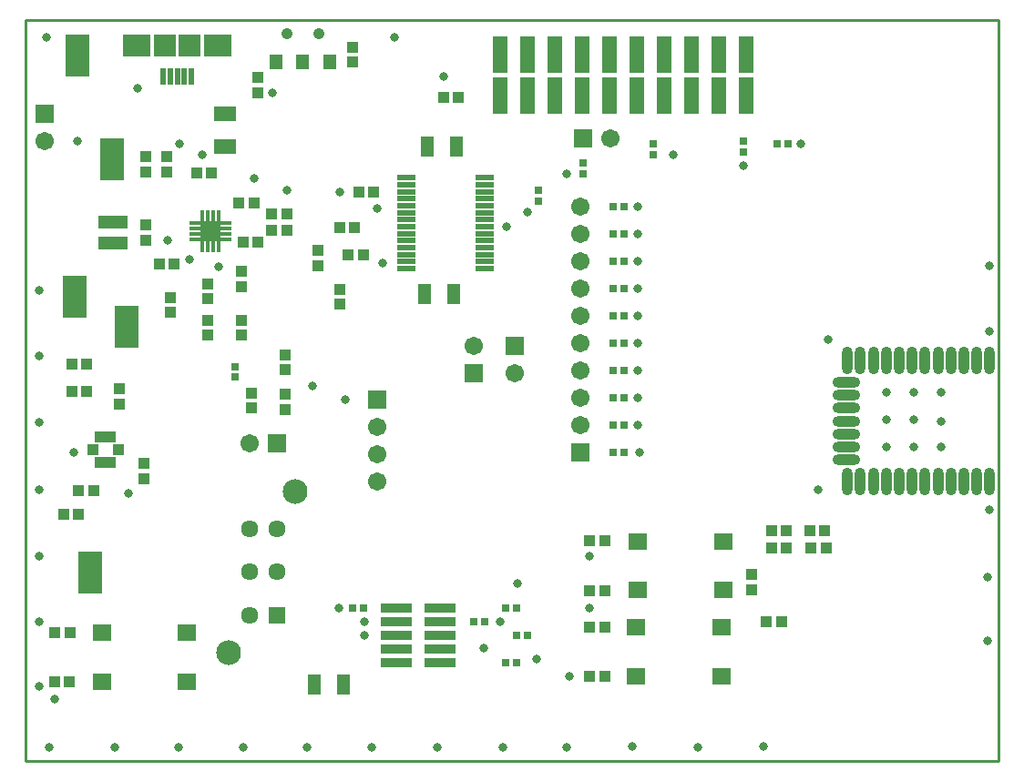
<source format=gts>
G04 Layer_Color=8388736*
%FSLAX25Y25*%
%MOIN*%
G70*
G01*
G75*
%ADD33C,0.01000*%
%ADD50R,0.02768X0.03162*%
%ADD51R,0.03950X0.04343*%
%ADD52R,0.08792X0.15761*%
%ADD53R,0.03162X0.02768*%
%ADD54R,0.06902X0.05918*%
%ADD55R,0.04343X0.03950*%
%ADD56R,0.09855X0.08280*%
%ADD57R,0.07887X0.08280*%
%ADD58R,0.02375X0.06312*%
%ADD59R,0.07965X0.05524*%
%ADD60R,0.04737X0.05524*%
%ADD61R,0.05800X0.13320*%
%ADD62O,0.03950X0.10249*%
%ADD63O,0.10249X0.03950*%
%ADD64R,0.05131X0.07493*%
%ADD65R,0.01863X0.04186*%
%ADD66R,0.04186X0.01863*%
%ADD67R,0.11784X0.03713*%
%ADD68R,0.06706X0.02375*%
%ADD69R,0.07414X0.07414*%
%ADD70R,0.01824X0.04028*%
%ADD71R,0.04028X0.01824*%
%ADD72R,0.11036X0.04737*%
%ADD73R,0.06706X0.06706*%
%ADD74C,0.06706*%
%ADD75C,0.09068*%
%ADD76R,0.06343X0.06343*%
%ADD77C,0.06343*%
%ADD78R,0.06706X0.06706*%
%ADD79C,0.04147*%
%ADD80C,0.03200*%
G36*
X176195Y237339D02*
X170799D01*
Y250256D01*
X176195D01*
Y237339D01*
D02*
G37*
G36*
X157193Y54354D02*
X145809D01*
Y57677D01*
X157193D01*
Y54354D01*
D02*
G37*
G36*
X141193D02*
X129783D01*
Y57690D01*
X141193D01*
Y54354D01*
D02*
G37*
G36*
X186155Y237339D02*
X180799D01*
Y250222D01*
X186155D01*
Y237339D01*
D02*
G37*
G36*
X216196D02*
X210799D01*
Y250211D01*
X216196D01*
Y237339D01*
D02*
G37*
G36*
X206183D02*
X200799D01*
Y250223D01*
X206183D01*
Y237339D01*
D02*
G37*
G36*
X196157D02*
X190799D01*
Y250208D01*
X196157D01*
Y237339D01*
D02*
G37*
G36*
X157193Y49354D02*
X145809D01*
Y52674D01*
X157193D01*
Y49354D01*
D02*
G37*
G36*
X141193Y39354D02*
X129793D01*
Y42666D01*
X141193D01*
Y39354D01*
D02*
G37*
G36*
X157193Y34354D02*
X145811D01*
Y37656D01*
X157193D01*
Y34354D01*
D02*
G37*
G36*
X141193D02*
X129785D01*
Y37655D01*
X141193D01*
Y34354D01*
D02*
G37*
G36*
X157193Y39354D02*
X145810D01*
Y42665D01*
X157193D01*
Y39354D01*
D02*
G37*
G36*
X141193Y49354D02*
X129799D01*
Y52673D01*
X141193D01*
Y49354D01*
D02*
G37*
G36*
X157193Y44354D02*
X145811D01*
Y47672D01*
X157193D01*
Y44354D01*
D02*
G37*
G36*
X141193D02*
X129781D01*
Y47672D01*
X141193D01*
Y44354D01*
D02*
G37*
G36*
X226209Y252339D02*
X220799D01*
Y265248D01*
X226209D01*
Y252339D01*
D02*
G37*
G36*
X216196D02*
X210799D01*
Y265239D01*
X216196D01*
Y252339D01*
D02*
G37*
G36*
X206199D02*
X200799D01*
Y265258D01*
X206199D01*
Y252339D01*
D02*
G37*
G36*
X236236D02*
X230799D01*
Y265237D01*
X236236D01*
Y252339D01*
D02*
G37*
G36*
X266251D02*
X260799D01*
Y265248D01*
X266251D01*
Y252339D01*
D02*
G37*
G36*
X256211D02*
X250799D01*
Y265257D01*
X256211D01*
Y252339D01*
D02*
G37*
G36*
X246251D02*
X240799D01*
Y265239D01*
X246251D01*
Y252339D01*
D02*
G37*
G36*
X196164D02*
X190799D01*
Y265241D01*
X196164D01*
Y252339D01*
D02*
G37*
G36*
X246223Y237339D02*
X240799D01*
Y250239D01*
X246223D01*
Y237339D01*
D02*
G37*
G36*
X236236D02*
X230799D01*
Y250207D01*
X236236D01*
Y237339D01*
D02*
G37*
G36*
X226212D02*
X220799D01*
Y250221D01*
X226212D01*
Y237339D01*
D02*
G37*
G36*
X256209D02*
X250799D01*
Y250254D01*
X256209D01*
Y237339D01*
D02*
G37*
G36*
X186153Y252339D02*
X180799D01*
Y265243D01*
X186153D01*
Y252339D01*
D02*
G37*
G36*
X176131D02*
X170799D01*
Y265241D01*
X176131D01*
Y252339D01*
D02*
G37*
G36*
X266272Y237339D02*
X260799D01*
Y250221D01*
X266272D01*
Y237339D01*
D02*
G37*
D33*
X0Y0D02*
X356000D01*
Y75875D02*
Y184625D01*
X0Y271500D02*
X356000D01*
X0Y0D02*
Y271500D01*
X356000Y0D02*
Y75875D01*
Y184625D02*
Y271500D01*
D50*
X204000Y215032D02*
D03*
Y218969D02*
D03*
X76500Y144468D02*
D03*
Y140532D02*
D03*
X262500Y223063D02*
D03*
Y227000D02*
D03*
X187500Y205063D02*
D03*
Y209000D02*
D03*
X229500Y222031D02*
D03*
Y225969D02*
D03*
D51*
X118000Y185500D02*
D03*
X123512D02*
D03*
X114744Y195500D02*
D03*
X120256D02*
D03*
X121744Y208500D02*
D03*
X127256D02*
D03*
X211756Y49000D02*
D03*
X206244D02*
D03*
X211756Y31000D02*
D03*
X206244D02*
D03*
X286744Y84500D02*
D03*
X292256D02*
D03*
X287244Y78000D02*
D03*
X292756D02*
D03*
X10732Y47000D02*
D03*
X16244D02*
D03*
X16000Y29000D02*
D03*
X10488D02*
D03*
X271000Y51000D02*
D03*
X276512D02*
D03*
X211756Y62500D02*
D03*
X206244D02*
D03*
X211858Y80642D02*
D03*
X206347D02*
D03*
X78000Y204500D02*
D03*
X83512D02*
D03*
X90000Y194500D02*
D03*
X95512D02*
D03*
X24843Y99000D02*
D03*
X19331D02*
D03*
X90000Y200500D02*
D03*
X95512D02*
D03*
X54256Y182000D02*
D03*
X48744D02*
D03*
X13744Y90500D02*
D03*
X19256D02*
D03*
X68000Y215500D02*
D03*
X62488D02*
D03*
X85000Y190000D02*
D03*
X79488D02*
D03*
X22343Y135500D02*
D03*
X16831D02*
D03*
X22343Y145500D02*
D03*
X16831D02*
D03*
X272744Y84500D02*
D03*
X278256D02*
D03*
X272744Y78000D02*
D03*
X278256D02*
D03*
X152744Y243000D02*
D03*
X158256D02*
D03*
D52*
X23500Y69000D02*
D03*
X18000Y170000D02*
D03*
X37000Y159000D02*
D03*
X31500Y220500D02*
D03*
X19000Y258500D02*
D03*
D53*
X119532Y56012D02*
D03*
X123468D02*
D03*
X179500Y36011D02*
D03*
X175563D02*
D03*
X183468Y46000D02*
D03*
X179532D02*
D03*
X167968Y51000D02*
D03*
X164032D02*
D03*
X179469Y56011D02*
D03*
X175531D02*
D03*
X218969Y203000D02*
D03*
X215032D02*
D03*
X218969Y193000D02*
D03*
X215032D02*
D03*
X218969Y183000D02*
D03*
X215032D02*
D03*
X218969Y173000D02*
D03*
X215032D02*
D03*
X218969Y153000D02*
D03*
X215032D02*
D03*
X218969Y143000D02*
D03*
X215032D02*
D03*
X218969Y133000D02*
D03*
X215032D02*
D03*
X218969Y123000D02*
D03*
X215032D02*
D03*
X218969Y113000D02*
D03*
X215032D02*
D03*
X218969Y163000D02*
D03*
X215032D02*
D03*
X279000Y226000D02*
D03*
X275063D02*
D03*
D54*
X59071Y29142D02*
D03*
X27772D02*
D03*
X59071Y46858D02*
D03*
X27772D02*
D03*
X223850Y80358D02*
D03*
X255150D02*
D03*
X223850Y62642D02*
D03*
X255150D02*
D03*
X223350Y48858D02*
D03*
X254650D02*
D03*
X223350Y31142D02*
D03*
X254650D02*
D03*
D55*
X265500Y68256D02*
D03*
Y62744D02*
D03*
X95000Y128744D02*
D03*
Y134256D02*
D03*
X82500Y129244D02*
D03*
Y134756D02*
D03*
X43087Y109000D02*
D03*
Y103488D02*
D03*
X119500Y261512D02*
D03*
Y256000D02*
D03*
X85000Y250256D02*
D03*
Y244744D02*
D03*
X115000Y167244D02*
D03*
Y172756D02*
D03*
X44000Y215744D02*
D03*
Y221256D02*
D03*
X51500Y215744D02*
D03*
Y221256D02*
D03*
X107000Y181500D02*
D03*
Y187012D02*
D03*
X53000Y164244D02*
D03*
Y169756D02*
D03*
X66500Y169244D02*
D03*
Y174756D02*
D03*
X34087Y136256D02*
D03*
Y130744D02*
D03*
X79000Y173744D02*
D03*
Y179256D02*
D03*
X79000Y155988D02*
D03*
Y161500D02*
D03*
X95000Y143244D02*
D03*
Y148756D02*
D03*
X44000Y190744D02*
D03*
Y196256D02*
D03*
X66500Y155988D02*
D03*
Y161500D02*
D03*
D56*
X40709Y262000D02*
D03*
X70236D02*
D03*
D57*
X50945D02*
D03*
X60000D02*
D03*
D58*
X50354Y250780D02*
D03*
X52913D02*
D03*
X55472D02*
D03*
X58031D02*
D03*
X60590D02*
D03*
D59*
X73000Y225075D02*
D03*
Y236925D02*
D03*
D60*
X91500Y256000D02*
D03*
X101342D02*
D03*
X111185D02*
D03*
D61*
X263500Y258799D02*
D03*
Y243799D02*
D03*
X253500Y258799D02*
D03*
Y243799D02*
D03*
X243500Y258799D02*
D03*
Y243799D02*
D03*
X233500Y258799D02*
D03*
Y243799D02*
D03*
X223500Y258799D02*
D03*
Y243799D02*
D03*
X213500Y258799D02*
D03*
Y243799D02*
D03*
X203500Y258799D02*
D03*
Y243799D02*
D03*
X193500Y258799D02*
D03*
Y243799D02*
D03*
X183500Y258799D02*
D03*
Y243799D02*
D03*
X173500Y258799D02*
D03*
Y243799D02*
D03*
D62*
X352642Y102256D02*
D03*
X347917D02*
D03*
X343193D02*
D03*
X338469D02*
D03*
X333744D02*
D03*
X329020D02*
D03*
X324295D02*
D03*
X319571D02*
D03*
X314846D02*
D03*
X310122D02*
D03*
X305398D02*
D03*
X300673D02*
D03*
Y146744D02*
D03*
X305398D02*
D03*
X310122D02*
D03*
X314846D02*
D03*
X319571D02*
D03*
X324295D02*
D03*
X329020D02*
D03*
X333744D02*
D03*
X338469D02*
D03*
X343193D02*
D03*
X347917D02*
D03*
X352642D02*
D03*
D63*
X300122Y110327D02*
D03*
Y115051D02*
D03*
Y119776D02*
D03*
Y124500D02*
D03*
Y129224D02*
D03*
Y133949D02*
D03*
Y138673D02*
D03*
D64*
X145870Y171000D02*
D03*
X156500D02*
D03*
X105500Y28000D02*
D03*
X116130D02*
D03*
X146870Y225000D02*
D03*
X157500D02*
D03*
D65*
X32039Y109335D02*
D03*
X30071D02*
D03*
X28102D02*
D03*
X26134D02*
D03*
Y118665D02*
D03*
X28102D02*
D03*
X30071D02*
D03*
X32039D02*
D03*
D66*
X33752Y114984D02*
D03*
Y113016D02*
D03*
X24421D02*
D03*
Y114984D02*
D03*
D67*
X135500Y56011D02*
D03*
X151500D02*
D03*
X135500Y51012D02*
D03*
X151500D02*
D03*
X135500Y46011D02*
D03*
X151500D02*
D03*
X135500Y41012D02*
D03*
X151500D02*
D03*
X135500Y36011D02*
D03*
X151500D02*
D03*
D68*
X139228Y180366D02*
D03*
Y182925D02*
D03*
Y185484D02*
D03*
Y188043D02*
D03*
Y190602D02*
D03*
Y193161D02*
D03*
Y195721D02*
D03*
Y198280D02*
D03*
Y200839D02*
D03*
Y203398D02*
D03*
Y205957D02*
D03*
Y208516D02*
D03*
Y211075D02*
D03*
Y213634D02*
D03*
X167772D02*
D03*
Y211075D02*
D03*
Y208516D02*
D03*
Y205957D02*
D03*
Y203398D02*
D03*
Y200839D02*
D03*
Y198280D02*
D03*
Y195721D02*
D03*
Y193161D02*
D03*
Y190602D02*
D03*
Y188043D02*
D03*
Y185484D02*
D03*
Y182925D02*
D03*
Y180366D02*
D03*
D69*
X67500Y194000D02*
D03*
D70*
X64547Y199709D02*
D03*
X66516D02*
D03*
X68484D02*
D03*
X70453D02*
D03*
Y188291D02*
D03*
X68484D02*
D03*
X66516D02*
D03*
X64547D02*
D03*
D71*
X73209Y196953D02*
D03*
Y194984D02*
D03*
Y193016D02*
D03*
Y191047D02*
D03*
X61791D02*
D03*
Y193016D02*
D03*
Y194984D02*
D03*
Y196953D02*
D03*
D72*
X31874Y189563D02*
D03*
Y197437D02*
D03*
D73*
X203000Y113000D02*
D03*
X128500Y132500D02*
D03*
X7000Y237000D02*
D03*
X179000Y152000D02*
D03*
X164000Y142000D02*
D03*
D74*
X203000Y123000D02*
D03*
Y143000D02*
D03*
Y153000D02*
D03*
Y163000D02*
D03*
Y173000D02*
D03*
Y183000D02*
D03*
Y193000D02*
D03*
Y203000D02*
D03*
Y133000D02*
D03*
X128500Y102500D02*
D03*
Y112500D02*
D03*
Y122500D02*
D03*
X7000Y227000D02*
D03*
X82000Y116500D02*
D03*
X214000Y228000D02*
D03*
X179000Y142000D02*
D03*
X164000Y152000D02*
D03*
D75*
X74126Y39720D02*
D03*
X98535Y98776D02*
D03*
D76*
X91843Y53500D02*
D03*
D77*
Y69248D02*
D03*
Y84996D02*
D03*
X82000Y53500D02*
D03*
Y69248D02*
D03*
Y84996D02*
D03*
D78*
X92000Y116500D02*
D03*
X204000Y228000D02*
D03*
D79*
X95437Y266236D02*
D03*
X107248D02*
D03*
D80*
X283500Y226000D02*
D03*
X262500Y218000D02*
D03*
X236968Y222031D02*
D03*
X183500Y201063D02*
D03*
X198031Y215032D02*
D03*
X224000Y203000D02*
D03*
X152744Y250756D02*
D03*
X117000Y132500D02*
D03*
X115000Y208500D02*
D03*
X130500Y182500D02*
D03*
X5000Y172500D02*
D03*
X175779Y195721D02*
D03*
X105000Y137500D02*
D03*
X128500Y202500D02*
D03*
X187000Y37500D02*
D03*
X167500Y41511D02*
D03*
X7500Y265000D02*
D03*
X224000Y133000D02*
D03*
Y123000D02*
D03*
X224500Y113000D02*
D03*
X352642Y92142D02*
D03*
X290000Y99500D02*
D03*
X352642Y157358D02*
D03*
X224000Y143000D02*
D03*
Y153000D02*
D03*
Y163000D02*
D03*
Y173000D02*
D03*
Y183000D02*
D03*
Y193000D02*
D03*
X37598Y98000D02*
D03*
X67500Y194000D02*
D03*
X41000Y246500D02*
D03*
X19000Y227000D02*
D03*
X64500Y222000D02*
D03*
X51756Y190744D02*
D03*
X56244Y226000D02*
D03*
X90244Y244744D02*
D03*
X83512Y213488D02*
D03*
X95512Y209012D02*
D03*
X70453Y181047D02*
D03*
X17603Y113016D02*
D03*
X60000Y183744D02*
D03*
X10488Y22665D02*
D03*
X124000Y46011D02*
D03*
X124012Y51012D02*
D03*
X180000Y65000D02*
D03*
X173500Y51000D02*
D03*
X206347Y75153D02*
D03*
X206244Y56000D02*
D03*
X199000Y31000D02*
D03*
X293500Y154500D02*
D03*
X270000Y5500D02*
D03*
X246000Y5000D02*
D03*
X222000Y5500D02*
D03*
X198000Y5000D02*
D03*
X174500D02*
D03*
X150500D02*
D03*
X126500D02*
D03*
X103000D02*
D03*
X79500D02*
D03*
X56000D02*
D03*
X32500D02*
D03*
X8500D02*
D03*
X5000Y27500D02*
D03*
Y51000D02*
D03*
Y75000D02*
D03*
Y99500D02*
D03*
Y124000D02*
D03*
Y148500D02*
D03*
X135000Y265000D02*
D03*
X352500Y181500D02*
D03*
X352000Y67500D02*
D03*
Y44000D02*
D03*
X114500Y56000D02*
D03*
X325000Y135000D02*
D03*
X335000D02*
D03*
X315000Y125000D02*
D03*
X325000D02*
D03*
X335000Y124500D02*
D03*
X315000Y115000D02*
D03*
X325000D02*
D03*
X335000D02*
D03*
X315000Y135000D02*
D03*
M02*

</source>
